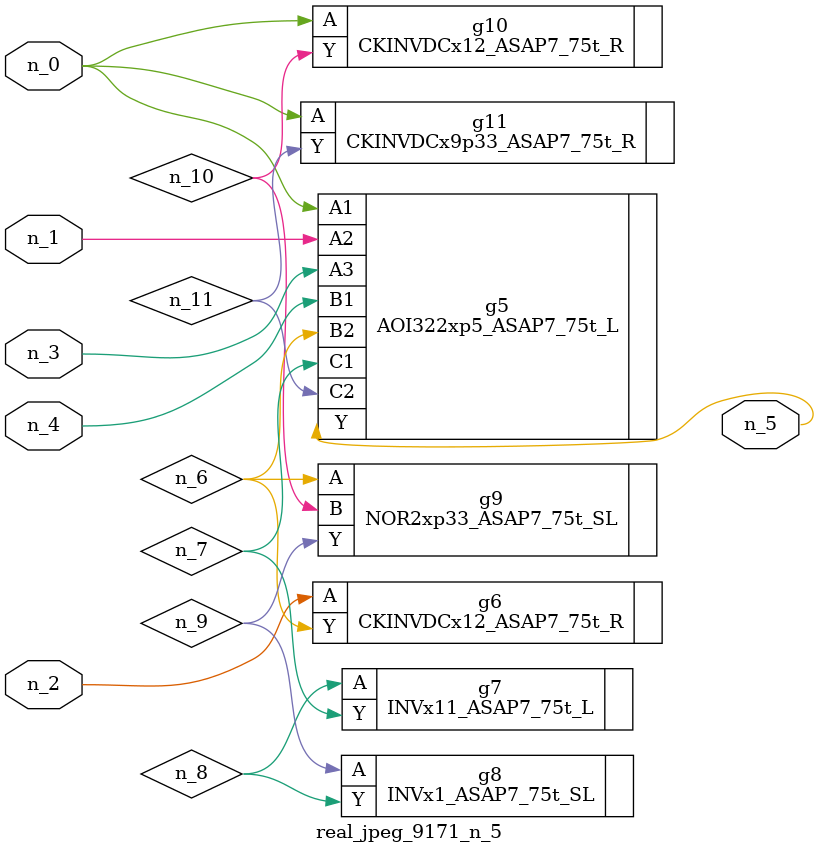
<source format=v>
module real_jpeg_9171_n_5 (n_4, n_0, n_1, n_2, n_3, n_5);

input n_4;
input n_0;
input n_1;
input n_2;
input n_3;

output n_5;

wire n_8;
wire n_11;
wire n_6;
wire n_7;
wire n_10;
wire n_9;

AOI322xp5_ASAP7_75t_L g5 ( 
.A1(n_0),
.A2(n_1),
.A3(n_3),
.B1(n_4),
.B2(n_6),
.C1(n_7),
.C2(n_11),
.Y(n_5)
);

CKINVDCx12_ASAP7_75t_R g10 ( 
.A(n_0),
.Y(n_10)
);

CKINVDCx9p33_ASAP7_75t_R g11 ( 
.A(n_0),
.Y(n_11)
);

CKINVDCx12_ASAP7_75t_R g6 ( 
.A(n_2),
.Y(n_6)
);

NOR2xp33_ASAP7_75t_SL g9 ( 
.A(n_6),
.B(n_10),
.Y(n_9)
);

INVx11_ASAP7_75t_L g7 ( 
.A(n_8),
.Y(n_7)
);

INVx1_ASAP7_75t_SL g8 ( 
.A(n_9),
.Y(n_8)
);


endmodule
</source>
